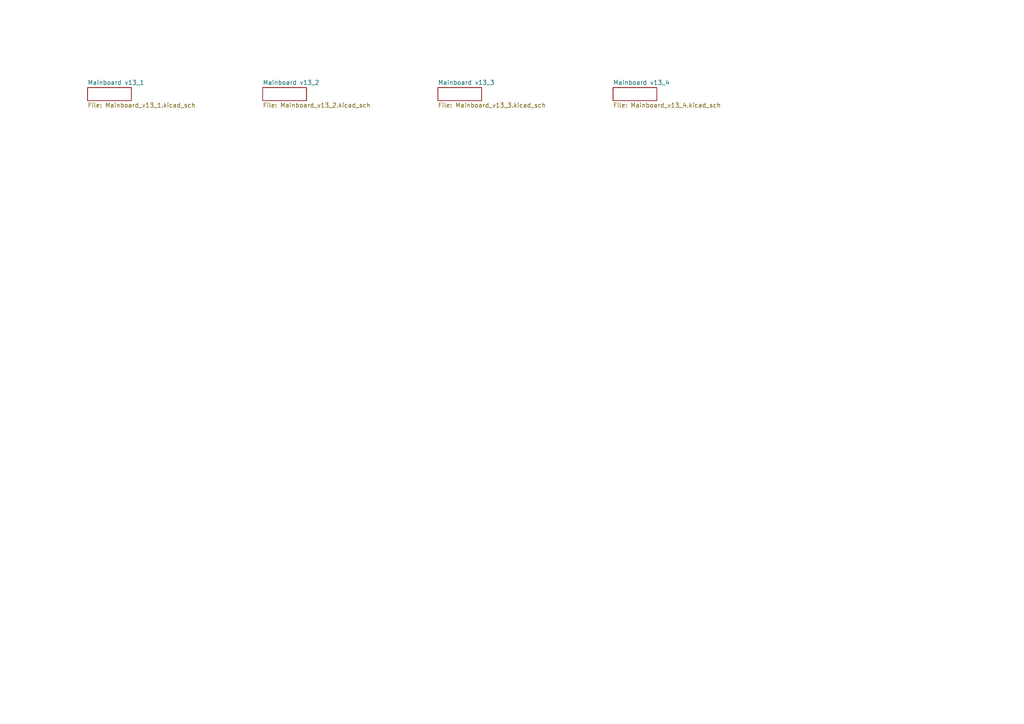
<source format=kicad_sch>
(kicad_sch
	(version 20231120)
	(generator "eeschema")
	(generator_version "8.0")
	(uuid "64dd618c-1ff9-4428-a18b-e79a7569f6e7")
	(paper "A4")
	(lib_symbols)
	(sheet
		(at 127 25.4)
		(size 12.7 3.81)
		(fields_autoplaced yes)
		(stroke
			(width 0)
			(type solid)
		)
		(fill
			(color 0 0 0 0.0000)
		)
		(uuid "590cee10-c46c-4b25-a32f-2f1fc3270641")
		(property "Sheetname" "Mainboard v13_3"
			(at 127 24.6884 0)
			(effects
				(font
					(size 1.27 1.27)
				)
				(justify left bottom)
			)
		)
		(property "Sheetfile" "Mainboard_v13_3.kicad_sch"
			(at 127 29.7946 0)
			(effects
				(font
					(size 1.27 1.27)
				)
				(justify left top)
			)
		)
		(instances
			(project "Mainboard v13"
				(path "/64dd618c-1ff9-4428-a18b-e79a7569f6e7"
					(page "3")
				)
			)
		)
	)
	(sheet
		(at 25.4 25.4)
		(size 12.7 3.81)
		(fields_autoplaced yes)
		(stroke
			(width 0)
			(type solid)
		)
		(fill
			(color 0 0 0 0.0000)
		)
		(uuid "5b74ce12-4806-47ff-8304-1f8114f96a33")
		(property "Sheetname" "Mainboard v13_1"
			(at 25.4 24.6884 0)
			(effects
				(font
					(size 1.27 1.27)
				)
				(justify left bottom)
			)
		)
		(property "Sheetfile" "Mainboard_v13_1.kicad_sch"
			(at 25.4 29.7946 0)
			(effects
				(font
					(size 1.27 1.27)
				)
				(justify left top)
			)
		)
		(instances
			(project "Mainboard v13"
				(path "/64dd618c-1ff9-4428-a18b-e79a7569f6e7"
					(page "1")
				)
			)
		)
	)
	(sheet
		(at 76.2 25.4)
		(size 12.7 3.81)
		(fields_autoplaced yes)
		(stroke
			(width 0)
			(type solid)
		)
		(fill
			(color 0 0 0 0.0000)
		)
		(uuid "99cca16b-2e45-4289-971c-f921c1aa6448")
		(property "Sheetname" "Mainboard v13_2"
			(at 76.2 24.6884 0)
			(effects
				(font
					(size 1.27 1.27)
				)
				(justify left bottom)
			)
		)
		(property "Sheetfile" "Mainboard_v13_2.kicad_sch"
			(at 76.2 29.7946 0)
			(effects
				(font
					(size 1.27 1.27)
				)
				(justify left top)
			)
		)
		(instances
			(project "Mainboard v13"
				(path "/64dd618c-1ff9-4428-a18b-e79a7569f6e7"
					(page "2")
				)
			)
		)
	)
	(sheet
		(at 177.8 25.4)
		(size 12.7 3.81)
		(fields_autoplaced yes)
		(stroke
			(width 0)
			(type solid)
		)
		(fill
			(color 0 0 0 0.0000)
		)
		(uuid "d56ab037-8f34-4c47-aae0-16dc791033e0")
		(property "Sheetname" "Mainboard v13_4"
			(at 177.8 24.6884 0)
			(effects
				(font
					(size 1.27 1.27)
				)
				(justify left bottom)
			)
		)
		(property "Sheetfile" "Mainboard_v13_4.kicad_sch"
			(at 177.8 29.7946 0)
			(effects
				(font
					(size 1.27 1.27)
				)
				(justify left top)
			)
		)
		(instances
			(project "Mainboard v13"
				(path "/64dd618c-1ff9-4428-a18b-e79a7569f6e7"
					(page "4")
				)
			)
		)
	)
	(sheet_instances
		(path "/"
			(page "1")
		)
	)
)

</source>
